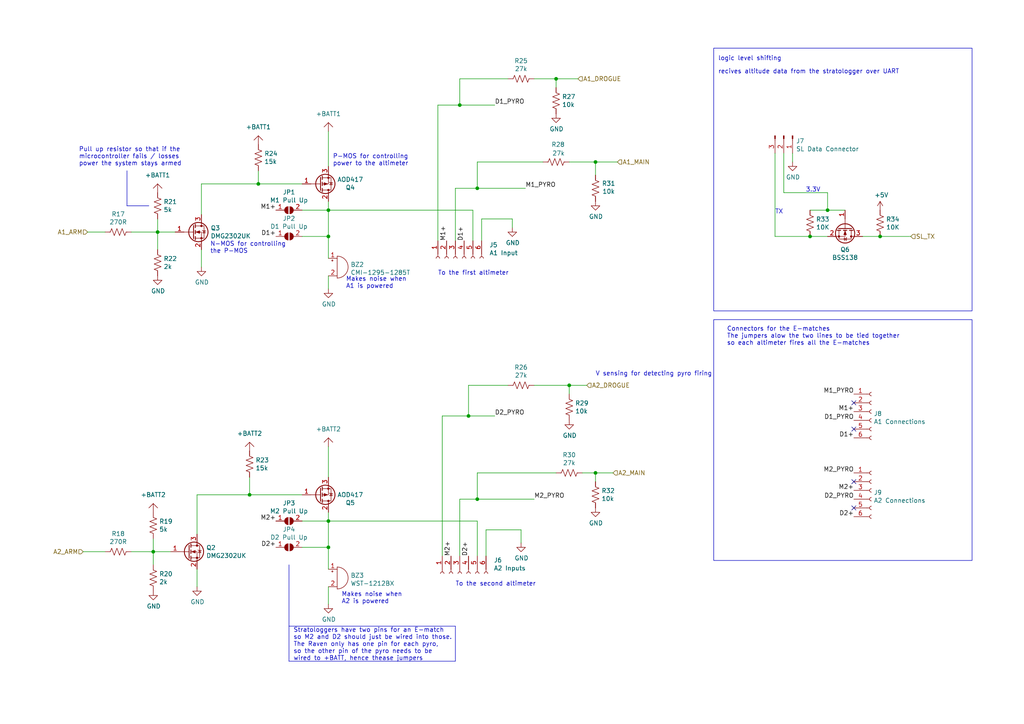
<source format=kicad_sch>
(kicad_sch (version 20250114) (generator "eeschema") (generator_version "9.0")
  (paper "A4")
  (lib_symbols
    (symbol "Device:Buzzer" (pin_names (offset 0.0254) (hide yes))
      (property "Reference" "BZ" (at 3.81 1.27 0))
      (property "Value" "Buzzer" (at 3.81 -1.27 0))
      (symbol "Buzzer_0_1"
        (polyline (pts (xy -1.651 1.905) (xy -1.143 1.905)))
        (polyline (pts (xy -1.397 2.159) (xy -1.397 1.651)))
        (arc (start 0 3.175) (mid 3.1612 0) (end 0 -3.175))
        (polyline (pts (xy 0 3.175) (xy 0 -3.175)))
      )
      (symbol "Buzzer_1_1"
        (pin passive line (at -2.54 2.54 0) (length 2.54) (name "-") (number "1"))
        (pin passive line (at -2.54 -2.54 0) (length 2.54) (name "+") (number "2"))
      )
    )
    (symbol "Device:Q_NMOS_GSD" (pin_names (offset 0) (hide yes))
      (property "Reference" "Q" (at 5.08 1.27 0))
      (property "Value" "Q_NMOS_GSD" (at 5.08 -1.27 0))
      (symbol "Q_NMOS_GSD_0_1"
        (polyline (pts (xy 0.254 1.905) (xy 0.254 -1.905)) (stroke (width 0.254)))
        (polyline (pts (xy 0.254 0) (xy -2.54 0)))
        (polyline (pts (xy 0.762 2.286) (xy 0.762 1.27)) (stroke (width 0.254)))
        (polyline (pts (xy 0.762 0.508) (xy 0.762 -0.508)) (stroke (width 0.254)))
        (polyline (pts (xy 0.762 -1.27) (xy 0.762 -2.286)) (stroke (width 0.254)))
        (polyline (pts (xy 0.762 -1.778) (xy 3.302 -1.778) (xy 3.302 1.778) (xy 0.762 1.778)))
        (polyline (pts (xy 1.016 0) (xy 2.032 0.381) (xy 2.032 -0.381) (xy 1.016 0)) (fill (type outline)))
        (circle (center 1.651 0) (radius 2.794) (stroke (width 0.254)))
        (polyline (pts (xy 2.54 2.54) (xy 2.54 1.778)))
        (circle (center 2.54 1.778) (radius 0.254) (fill (type outline)))
        (circle (center 2.54 -1.778) (radius 0.254) (fill (type outline)))
        (polyline (pts (xy 2.54 -2.54) (xy 2.54 0) (xy 0.762 0)))
        (polyline (pts (xy 2.794 0.508) (xy 2.921 0.381) (xy 3.683 0.381) (xy 3.81 0.254)))
        (polyline (pts (xy 3.302 0.381) (xy 2.921 -0.254) (xy 3.683 -0.254) (xy 3.302 0.381)))
      )
      (symbol "Q_NMOS_GSD_1_1"
        (pin input line (at -5.08 0 0) (length 2.54) (name "G") (number "1"))
        (pin passive line (at 2.54 5.08 270) (length 2.54) (name "D") (number "3"))
        (pin passive line (at 2.54 -5.08 90) (length 2.54) (name "S") (number "2"))
      )
    )
    (symbol "Device:Q_PMOS_GDS" (pin_names (offset 0) (hide yes))
      (property "Reference" "Q" (at 5.08 1.27 0))
      (property "Value" "Q_PMOS_GDS" (at 5.08 -1.27 0))
      (symbol "Q_PMOS_GDS_0_1"
        (polyline (pts (xy 0.254 1.905) (xy 0.254 -1.905)) (stroke (width 0.254)))
        (polyline (pts (xy 0.254 0) (xy -2.54 0)))
        (polyline (pts (xy 0.762 2.286) (xy 0.762 1.27)) (stroke (width 0.254)))
        (polyline (pts (xy 0.762 1.778) (xy 3.302 1.778) (xy 3.302 -1.778) (xy 0.762 -1.778)))
        (polyline (pts (xy 0.762 0.508) (xy 0.762 -0.508)) (stroke (width 0.254)))
        (polyline (pts (xy 0.762 -1.27) (xy 0.762 -2.286)) (stroke (width 0.254)))
        (circle (center 1.651 0) (radius 2.794) (stroke (width 0.254)))
        (polyline (pts (xy 2.286 0) (xy 1.27 0.381) (xy 1.27 -0.381) (xy 2.286 0)) (fill (type outline)))
        (polyline (pts (xy 2.54 2.54) (xy 2.54 1.778)))
        (circle (center 2.54 1.778) (radius 0.254) (fill (type outline)))
        (circle (center 2.54 -1.778) (radius 0.254) (fill (type outline)))
        (polyline (pts (xy 2.54 -2.54) (xy 2.54 0) (xy 0.762 0)))
        (polyline (pts (xy 2.794 -0.508) (xy 2.921 -0.381) (xy 3.683 -0.381) (xy 3.81 -0.254)))
        (polyline (pts (xy 3.302 -0.381) (xy 2.921 0.254) (xy 3.683 0.254) (xy 3.302 -0.381)))
      )
      (symbol "Q_PMOS_GDS_1_1"
        (pin input line (at -5.08 0 0) (length 2.54) (name "G") (number "1"))
        (pin passive line (at 2.54 5.08 270) (length 2.54) (name "D") (number "2"))
        (pin passive line (at 2.54 -5.08 90) (length 2.54) (name "S") (number "3"))
      )
    )
    (symbol "Device:R_US" (pin_numbers (hide yes)) (pin_names (offset 0))
      (property "Reference" "R" (at 2.54 0 90))
      (property "Value" "R_US" (at -2.54 0 90))
      (symbol "R_US_0_1"
        (polyline (pts (xy 0 2.286) (xy 0 2.54)))
        (polyline (pts (xy 0 2.286) (xy 1.016 1.905) (xy 0 1.524) (xy -1.016 1.143) (xy 0 0.762)))
        (polyline (pts (xy 0 0.762) (xy 1.016 0.381) (xy 0 0) (xy -1.016 -0.381) (xy 0 -0.762)))
        (polyline (pts (xy 0 -0.762) (xy 1.016 -1.143) (xy 0 -1.524) (xy -1.016 -1.905) (xy 0 -2.286)))
        (polyline (pts (xy 0 -2.286) (xy 0 -2.54)))
      )
      (symbol "R_US_1_1"
        (pin passive line (at 0 3.81 270) (length 1.27) (name "~") (number "1"))
        (pin passive line (at 0 -3.81 90) (length 1.27) (name "~") (number "2"))
      )
    )
    (symbol "Jumper:SolderJumper_2_Open" (pin_names (offset 0) (hide yes))
      (property "Reference" "JP" (at 0 2.032 0))
      (property "Value" "SolderJumper_2_Open" (at 0 -2.54 0))
      (symbol "SolderJumper_2_Open_0_1"
        (polyline (pts (xy -0.254 1.016) (xy -0.254 -1.016)))
        (arc (start -0.254 -1.016) (mid -1.2656 0) (end -0.254 1.016))
        (arc (start -0.254 -1.016) (mid -1.2656 0) (end -0.254 1.016) (fill (type outline)))
        (arc (start 0.254 1.016) (mid 1.2656 0) (end 0.254 -1.016))
        (arc (start 0.254 1.016) (mid 1.2656 0) (end 0.254 -1.016) (fill (type outline)))
        (polyline (pts (xy 0.254 1.016) (xy 0.254 -1.016)))
      )
      (symbol "SolderJumper_2_Open_1_1"
        (pin passive line (at -3.81 0 0) (length 2.54) (name "A") (number "1"))
        (pin passive line (at 3.81 0 180) (length 2.54) (name "B") (number "2"))
      )
    )
    (symbol "Transistor_FET:BSS138" (pin_names (hide yes))
      (property "Reference" "Q" (at 5.08 1.905 0))
      (property "Value" "BSS138" (at 5.08 0 0))
      (symbol "BSS138_0_1"
        (polyline (pts (xy 0.254 1.905) (xy 0.254 -1.905)) (stroke (width 0.254)))
        (polyline (pts (xy 0.254 0) (xy -2.54 0)))
        (polyline (pts (xy 0.762 2.286) (xy 0.762 1.27)) (stroke (width 0.254)))
        (polyline (pts (xy 0.762 0.508) (xy 0.762 -0.508)) (stroke (width 0.254)))
        (polyline (pts (xy 0.762 -1.27) (xy 0.762 -2.286)) (stroke (width 0.254)))
        (polyline (pts (xy 0.762 -1.778) (xy 3.302 -1.778) (xy 3.302 1.778) (xy 0.762 1.778)))
        (polyline (pts (xy 1.016 0) (xy 2.032 0.381) (xy 2.032 -0.381) (xy 1.016 0)) (fill (type outline)))
        (circle (center 1.651 0) (radius 2.794) (stroke (width 0.254)))
        (polyline (pts (xy 2.54 2.54) (xy 2.54 1.778)))
        (circle (center 2.54 1.778) (radius 0.254) (fill (type outline)))
        (circle (center 2.54 -1.778) (radius 0.254) (fill (type outline)))
        (polyline (pts (xy 2.54 -2.54) (xy 2.54 0) (xy 0.762 0)))
        (polyline (pts (xy 2.794 0.508) (xy 2.921 0.381) (xy 3.683 0.381) (xy 3.81 0.254)))
        (polyline (pts (xy 3.302 0.381) (xy 2.921 -0.254) (xy 3.683 -0.254) (xy 3.302 0.381)))
      )
      (symbol "BSS138_1_1"
        (pin input line (at -5.08 0 0) (length 2.54) (name "G") (number "1"))
        (pin passive line (at 2.54 5.08 270) (length 2.54) (name "D") (number "3"))
        (pin passive line (at 2.54 -5.08 90) (length 2.54) (name "S") (number "2"))
      )
    )
    (symbol "power1:+BATT1" (power) (in_bom no) (on_board no)
      (property "Value" "+BATT1" (at 0 1.27 0))
      (symbol "+BATT1_0_1"
        (polyline (pts (xy -1.27 -1.27) (xy 0 0)))
        (polyline (pts (xy 0 0) (xy 1.27 -1.27)))
        (polyline (pts (xy 0 -2.54) (xy 0 0)))
      )
      (symbol "+BATT1_1_1"
        (pin power_in line (at 0 -2.54 90) (length 2.54) (hide yes) (name "+BATT1") (number ""))
      )
    )
    (symbol "power1:+BATT2" (power) (in_bom no) (on_board no)
      (property "Value" "+BATT2" (at 0 1.27 0))
      (symbol "+BATT2_0_1"
        (polyline (pts (xy -1.27 -1.27) (xy 0 0)))
        (polyline (pts (xy 0 0) (xy 1.27 -1.27)))
        (polyline (pts (xy 0 -2.54) (xy 0 0)))
      )
      (symbol "+BATT2_1_1"
        (pin power_in line (at 0 -2.54 90) (length 2.54) (hide yes) (name "+BATT2") (number ""))
      )
    )
    (symbol "power:+5V" (power) (pin_names (offset 0))
      (property "Value" "+5V" (at 0 3.556 0))
      (symbol "+5V_0_1"
        (polyline (pts (xy -0.762 1.27) (xy 0 2.54)))
        (polyline (pts (xy 0 2.54) (xy 0.762 1.27)))
        (polyline (pts (xy 0 0) (xy 0 2.54)))
      )
      (symbol "+5V_1_1"
        (pin power_in line (at 0 0 90) (length 0) (hide yes) (name "+5V") (number "1"))
      )
    )
    (symbol "power:GND" (power) (pin_names (offset 0))
      (property "Value" "GND" (at 0 -3.81 0))
      (symbol "GND_0_1"
        (polyline (pts (xy 0 0) (xy 0 -1.27) (xy 1.27 -1.27) (xy 0 -2.54) (xy -1.27 -1.27) (xy 0 -1.27)))
      )
      (symbol "GND_1_1"
        (pin power_in line (at 0 0 270) (length 0) (hide yes) (name "GND") (number "1"))
      )
    )
    (symbol "remote_arming-rescue:Conn_01x03_Male-Connector" (pin_names (offset 1.016) (hide yes))
      (property "Reference" "J" (at 0 5.08 0))
      (property "Value" "Connector_Conn_01x03_Male" (at 0 -5.08 0))
      (symbol "Conn_01x03_Male-Connector_1_1"
        (rectangle (start 0.8636 2.667) (end 0 2.413) (stroke (width 0.1524)) (fill (type outline)))
        (rectangle (start 0.8636 0.127) (end 0 -0.127) (stroke (width 0.1524)) (fill (type outline)))
        (rectangle (start 0.8636 -2.413) (end 0 -2.667) (stroke (width 0.1524)) (fill (type outline)))
        (polyline (pts (xy 1.27 2.54) (xy 0.8636 2.54)) (stroke (width 0.1524)))
        (polyline (pts (xy 1.27 0) (xy 0.8636 0)) (stroke (width 0.1524)))
        (polyline (pts (xy 1.27 -2.54) (xy 0.8636 -2.54)) (stroke (width 0.1524)))
        (pin passive line (at 5.08 2.54 180) (length 3.81) (name "Pin_1") (number "1"))
        (pin passive line (at 5.08 0 180) (length 3.81) (name "Pin_2") (number "2"))
        (pin passive line (at 5.08 -2.54 180) (length 3.81) (name "Pin_3") (number "3"))
      )
    )
    (symbol "remote_arming-rescue:Conn_01x06_Female-Connector" (pin_names (offset 1.016) (hide yes))
      (property "Reference" "J" (at 0 7.62 0))
      (property "Value" "Connector_Conn_01x06_Female" (at 0 -10.16 0))
      (symbol "Conn_01x06_Female-Connector_1_1"
        (polyline (pts (xy -1.27 5.08) (xy -0.508 5.08)) (stroke (width 0.1524)))
        (polyline (pts (xy -1.27 2.54) (xy -0.508 2.54)) (stroke (width 0.1524)))
        (polyline (pts (xy -1.27 0) (xy -0.508 0)) (stroke (width 0.1524)))
        (polyline (pts (xy -1.27 -2.54) (xy -0.508 -2.54)) (stroke (width 0.1524)))
        (polyline (pts (xy -1.27 -5.08) (xy -0.508 -5.08)) (stroke (width 0.1524)))
        (polyline (pts (xy -1.27 -7.62) (xy -0.508 -7.62)) (stroke (width 0.1524)))
        (arc (start 0 4.572) (mid -0.5058 5.08) (end 0 5.588) (stroke (width 0.1524)))
        (arc (start 0 2.032) (mid -0.5058 2.54) (end 0 3.048) (stroke (width 0.1524)))
        (arc (start 0 -0.508) (mid -0.5058 0) (end 0 0.508) (stroke (width 0.1524)))
        (arc (start 0 -3.048) (mid -0.5058 -2.54) (end 0 -2.032) (stroke (width 0.1524)))
        (arc (start 0 -5.588) (mid -0.5058 -5.08) (end 0 -4.572) (stroke (width 0.1524)))
        (arc (start 0 -8.128) (mid -0.5058 -7.62) (end 0 -7.112) (stroke (width 0.1524)))
        (pin passive line (at -5.08 5.08 0) (length 3.81) (name "Pin_1") (number "1"))
        (pin passive line (at -5.08 2.54 0) (length 3.81) (name "Pin_2") (number "2"))
        (pin passive line (at -5.08 0 0) (length 3.81) (name "Pin_3") (number "3"))
        (pin passive line (at -5.08 -2.54 0) (length 3.81) (name "Pin_4") (number "4"))
        (pin passive line (at -5.08 -5.08 0) (length 3.81) (name "Pin_5") (number "5"))
        (pin passive line (at -5.08 -7.62 0) (length 3.81) (name "Pin_6") (number "6"))
      )
    )
  )
  (rectangle (start 207.01 13.97) (end 281.94 90.17))
  (rectangle (start 207.01 92.71) (end 281.94 162.56))
  (text "To the first altimeter" (at 127 80.01 0) (effects (font (size 1.27 1.27)) (justify left bottom)))
  (text "N-MOS for controlling \nthe P-MOS" (at 60.96 73.66 0) (effects (font (size 1.27 1.27)) (justify left bottom)))
  (text "Makes noise when \nA2 is powered" (at 99.06 175.26 0) (effects (font (size 1.27 1.27)) (justify left bottom)))
  (text "To the second altimeter" (at 132.08 170.18 0) (effects (font (size 1.27 1.27)) (justify left bottom)))
  (text "logic level shifting" (at 208.28 17.78 0) (effects (font (size 1.27 1.27)) (justify left bottom)))
  (text "P-MOS for controlling \npower to the altimeter" (at 96.52 48.26 0) (effects (font (size 1.27 1.27)) (justify left bottom)))
  (text "3.3V" (at 233.68 55.88 0) (effects (font (size 1.27 1.27)) (justify left bottom)))
  (text "recives altitude data from the stratologger over UART " (at 208.28 21.59 0) (effects (font (size 1.27 1.27)) (justify left bottom)))
  (text "Pull up resistor so that if the \nmicrocontroller fails / losses \npower the system stays armed" (at 22.86 48.26 0) (effects (font (size 1.27 1.27)) (justify left bottom)))
  (text "Stratologgers have two pins for an E-match \nso M2 and D2 should just be wired into those.\nThe Raven only has one pin for each pyro, \nso the other pin of the pyro needs to be \nwired to +BATT, hence thease jumpers" (at 85.09 191.77 0) (effects (font (size 1.27 1.27)) (justify left bottom)))
  (text "V sensing for detecting pyro firing" (at 172.72 109.22 0) (effects (font (size 1.27 1.27)) (justify left bottom)))
  (text "Connectors for the E-matches\nThe jumpers alow the two lines to be tied together \nso each altimeter fires all the E-matches" (at 210.82 100.33 0) (effects (font (size 1.27 1.27)) (justify left bottom)))
  (text "TX" (at 224.79 62.23 0) (effects (font (size 1.27 1.27)) (justify left bottom)))
  (text "Makes noise when \nA1 is powered" (at 100.33 83.82 0) (effects (font (size 1.27 1.27)) (justify left bottom)))
  (junction (at 95.25 158.75))
  (junction (at 138.43 144.78))
  (junction (at 95.25 68.58))
  (junction (at 133.35 30.48))
  (junction (at 234.95 68.58))
  (junction (at 165.1 111.76))
  (junction (at 161.29 22.86))
  (junction (at 95.25 60.96))
  (junction (at 135.89 120.65))
  (junction (at 72.39 143.51))
  (junction (at 74.93 53.34))
  (junction (at 138.43 54.61))
  (junction (at 240.03 60.96))
  (junction (at 44.45 160.02))
  (junction (at 172.72 137.16))
  (junction (at 45.72 67.31))
  (junction (at 172.72 46.99))
  (junction (at 255.27 68.58))
  (junction (at 95.25 151.13))
  (no_connect (at 247.65 147.32))
  (no_connect (at 247.65 116.84))
  (no_connect (at 247.65 124.46))
  (no_connect (at 247.65 139.7))
  (wire (pts (xy 95.25 68.58) (xy 95.25 74.93)))
  (wire (pts (xy 172.72 137.16) (xy 177.8 137.16)))
  (polyline (pts (xy 36.83 49.53) (xy 36.83 59.69)))
  (polyline (pts (xy 83.82 163.83) (xy 83.82 191.77)))
  (wire (pts (xy 95.25 60.96) (xy 95.25 68.58)))
  (wire (pts (xy 57.15 165.1) (xy 57.15 170.18)))
  (wire (pts (xy 227.33 55.88) (xy 240.03 55.88)))
  (wire (pts (xy 172.72 46.99) (xy 179.07 46.99)))
  (wire (pts (xy 147.32 22.86) (xy 133.35 22.86)))
  (wire (pts (xy 154.94 111.76) (xy 165.1 111.76)))
  (polyline (pts (xy 132.08 181.61) (xy 83.82 181.61)))
  (wire (pts (xy 44.45 160.02) (xy 44.45 163.83)))
  (wire (pts (xy 135.89 120.65) (xy 128.27 120.65)))
  (wire (pts (xy 95.25 60.96) (xy 87.63 60.96)))
  (wire (pts (xy 74.93 49.53) (xy 74.93 53.34)))
  (wire (pts (xy 87.63 53.34) (xy 74.93 53.34)))
  (wire (pts (xy 234.95 60.96) (xy 240.03 60.96)))
  (polyline (pts (xy 132.08 191.77) (xy 132.08 181.61)))
  (wire (pts (xy 240.03 60.96) (xy 245.11 60.96)))
  (wire (pts (xy 140.97 161.29) (xy 140.97 153.67)))
  (wire (pts (xy 95.25 158.75) (xy 95.25 165.1)))
  (wire (pts (xy 137.16 60.96) (xy 137.16 69.85)))
  (wire (pts (xy 95.25 60.96) (xy 137.16 60.96)))
  (wire (pts (xy 229.87 44.45) (xy 229.87 46.99)))
  (wire (pts (xy 45.72 67.31) (xy 38.1 67.31)))
  (wire (pts (xy 135.89 120.65) (xy 143.51 120.65)))
  (wire (pts (xy 95.25 151.13) (xy 87.63 151.13)))
  (wire (pts (xy 132.08 54.61) (xy 132.08 69.85)))
  (wire (pts (xy 133.35 22.86) (xy 133.35 30.48)))
  (wire (pts (xy 57.15 143.51) (xy 57.15 154.94)))
  (wire (pts (xy 138.43 144.78) (xy 154.94 144.78)))
  (wire (pts (xy 45.72 63.5) (xy 45.72 67.31)))
  (wire (pts (xy 135.89 111.76) (xy 135.89 120.65)))
  (wire (pts (xy 135.89 111.76) (xy 147.32 111.76)))
  (wire (pts (xy 128.27 120.65) (xy 128.27 161.29)))
  (wire (pts (xy 139.7 63.5) (xy 148.59 63.5)))
  (wire (pts (xy 44.45 160.02) (xy 49.53 160.02)))
  (wire (pts (xy 165.1 46.99) (xy 172.72 46.99)))
  (wire (pts (xy 240.03 55.88) (xy 240.03 60.96)))
  (wire (pts (xy 72.39 143.51) (xy 87.63 143.51)))
  (wire (pts (xy 234.95 68.58) (xy 224.79 68.58)))
  (wire (pts (xy 57.15 143.51) (xy 72.39 143.51)))
  (wire (pts (xy 95.25 129.54) (xy 95.25 138.43)))
  (wire (pts (xy 58.42 53.34) (xy 74.93 53.34)))
  (wire (pts (xy 95.25 151.13) (xy 95.25 158.75)))
  (wire (pts (xy 139.7 69.85) (xy 139.7 63.5)))
  (wire (pts (xy 148.59 63.5) (xy 148.59 66.04)))
  (wire (pts (xy 143.51 30.48) (xy 133.35 30.48)))
  (wire (pts (xy 30.48 160.02) (xy 24.13 160.02)))
  (wire (pts (xy 72.39 138.43) (xy 72.39 143.51)))
  (wire (pts (xy 44.45 156.21) (xy 44.45 160.02)))
  (wire (pts (xy 154.94 22.86) (xy 161.29 22.86)))
  (wire (pts (xy 172.72 139.7) (xy 172.72 137.16)))
  (wire (pts (xy 227.33 44.45) (xy 227.33 55.88)))
  (wire (pts (xy 255.27 68.58) (xy 264.16 68.58)))
  (wire (pts (xy 165.1 114.3) (xy 165.1 111.76)))
  (wire (pts (xy 95.25 58.42) (xy 95.25 60.96)))
  (wire (pts (xy 95.25 170.18) (xy 95.25 175.26)))
  (wire (pts (xy 157.48 46.99) (xy 138.43 46.99)))
  (wire (pts (xy 250.19 68.58) (xy 255.27 68.58)))
  (wire (pts (xy 58.42 72.39) (xy 58.42 77.47)))
  (wire (pts (xy 224.79 68.58) (xy 224.79 44.45)))
  (wire (pts (xy 138.43 137.16) (xy 138.43 144.78)))
  (wire (pts (xy 140.97 153.67) (xy 151.13 153.67)))
  (wire (pts (xy 127 30.48) (xy 127 69.85)))
  (wire (pts (xy 95.25 151.13) (xy 138.43 151.13)))
  (wire (pts (xy 127 30.48) (xy 133.35 30.48)))
  (wire (pts (xy 58.42 53.34) (xy 58.42 62.23)))
  (wire (pts (xy 95.25 80.01) (xy 95.25 83.82)))
  (wire (pts (xy 240.03 68.58) (xy 234.95 68.58)))
  (wire (pts (xy 168.91 137.16) (xy 172.72 137.16)))
  (wire (pts (xy 138.43 137.16) (xy 161.29 137.16)))
  (wire (pts (xy 165.1 111.76) (xy 170.18 111.76)))
  (wire (pts (xy 132.08 54.61) (xy 138.43 54.61)))
  (wire (pts (xy 161.29 22.86) (xy 167.64 22.86)))
  (wire (pts (xy 161.29 25.4) (xy 161.29 22.86)))
  (wire (pts (xy 138.43 151.13) (xy 138.43 161.29)))
  (wire (pts (xy 138.43 144.78) (xy 133.35 144.78)))
  (wire (pts (xy 152.4 54.61) (xy 138.43 54.61)))
  (wire (pts (xy 95.25 148.59) (xy 95.25 151.13)))
  (polyline (pts (xy 36.83 59.69) (xy 43.18 59.69)))
  (wire (pts (xy 87.63 158.75) (xy 95.25 158.75)))
  (wire (pts (xy 87.63 68.58) (xy 95.25 68.58)))
  (wire (pts (xy 151.13 153.67) (xy 151.13 157.48)))
  (wire (pts (xy 45.72 67.31) (xy 50.8 67.31)))
  (wire (pts (xy 45.72 67.31) (xy 45.72 72.39)))
  (wire (pts (xy 172.72 50.8) (xy 172.72 46.99)))
  (wire (pts (xy 38.1 160.02) (xy 44.45 160.02)))
  (wire (pts (xy 138.43 46.99) (xy 138.43 54.61)))
  (polyline (pts (xy 83.82 191.77) (xy 132.08 191.77)))
  (wire (pts (xy 133.35 144.78) (xy 133.35 161.29)))
  (wire (pts (xy 95.25 38.1) (xy 95.25 48.26)))
  (wire (pts (xy 30.48 67.31) (xy 25.4 67.31)))
  (label "M1+" (at 129.54 69.85 90))
  (label "M2+" (at 247.65 142.24 180))
  (label "D1_PYRO" (at 143.51 30.48 0))
  (label "D1+" (at 134.62 69.85 90))
  (label "M2_PYRO" (at 154.94 144.78 0))
  (label "D1+" (at 247.65 127 180))
  (label "D2+" (at 247.65 149.86 180))
  (label "D2+" (at 80.01 158.75 180))
  (label "D1_PYRO" (at 247.65 121.92 180))
  (label "D2+" (at 135.89 161.29 90))
  (label "M2+" (at 130.81 161.29 90))
  (label "M1_PYRO" (at 152.4 54.61 0))
  (label "D2_PYRO" (at 143.51 120.65 0))
  (label "D2_PYRO" (at 247.65 144.78 180))
  (label "M1+" (at 247.65 119.38 180))
  (label "D1+" (at 80.01 68.58 180))
  (label "M1_PYRO" (at 247.65 114.3 180))
  (label "M2_PYRO" (at 247.65 137.16 180))
  (label "M1+" (at 80.01 60.96 180))
  (label "M2+" (at 80.01 151.13 180))
  (hierarchical_label "A1_MAIN" (shape input) (at 179.07 46.99 0))
  (hierarchical_label "SL_TX" (shape input) (at 264.16 68.58 0))
  (hierarchical_label "A2_MAIN" (shape input) (at 177.8 137.16 0))
  (hierarchical_label "A2_DROGUE" (shape input) (at 170.18 111.76 0))
  (hierarchical_label "A1_DROGUE" (shape input) (at 167.64 22.86 0))
  (hierarchical_label "A2_ARM" (shape input) (at 24.13 160.02 180))
  (hierarchical_label "A1_ARM" (shape input) (at 25.4 67.31 180))
  (symbol (lib_id "power:GND") (at 151.13 157.48 0) (unit 1)
    (property "Reference" "#PWR056" (effects (hide yes)))
    (property "Value" "GND" (at 151.257 161.8742 0))
  )
  (symbol (lib_id "Device:Q_PMOS_GDS") (at 92.71 53.34 0) (mirror x) (unit 1)
    (property "Reference" "Q4" (at 101.6 54.3814 0))
    (property "Value" "AOD417" (at 101.6 52.07 0))
    (property "Footprint" "Package_TO_SOT_SMD:TO-252-2" (effects (hide yes)))
  )
  (symbol (lib_id "Device:Q_NMOS_GSD") (at 55.88 67.31 0) (unit 1)
    (property "Reference" "Q3" (at 61.087 66.1416 0) (effects (justify left)))
    (property "Value" "DMG2302UK" (at 61.087 68.453 0) (effects (justify left)))
    (property "Footprint" "Package_TO_SOT_SMD:SOT-23_Handsoldering" (effects (hide yes)))
  )
  (symbol (lib_id "power:GND") (at 58.42 77.47 0) (unit 1)
    (property "Reference" "#PWR048" (effects (hide yes)))
    (property "Value" "GND" (at 58.547 81.8642 0))
  )
  (symbol (lib_id "Device:R_US") (at 74.93 45.72 0) (unit 1)
    (property "Reference" "R24" (at 76.6572 44.5516 0) (effects (justify left)))
    (property "Value" "15k" (at 76.6572 46.863 0) (effects (justify left)))
    (property "Footprint" "Resistor_SMD:R_0603_1608Metric_Pad0.98x0.95mm_HandSolder" (effects (hide yes)))
  )
  (symbol (lib_id "Device:R_US") (at 45.72 59.69 0) (unit 1)
    (property "Reference" "R21" (at 47.4472 58.5216 0) (effects (justify left)))
    (property "Value" "5k" (at 47.4472 60.833 0) (effects (justify left)))
    (property "Footprint" "Resistor_SMD:R_0603_1608Metric_Pad0.98x0.95mm_HandSolder" (effects (hide yes)))
  )
  (symbol (lib_id "Device:Q_PMOS_GDS") (at 92.71 143.51 0) (mirror x) (unit 1)
    (property "Reference" "Q5" (at 101.6 145.8214 0))
    (property "Value" "AOD417" (at 101.6 143.51 0))
    (property "Footprint" "Package_TO_SOT_SMD:TO-252-2" (effects (hide yes)))
  )
  (symbol (lib_id "Device:Q_NMOS_GSD") (at 54.61 160.02 0) (unit 1)
    (property "Reference" "Q2" (at 59.817 158.8516 0) (effects (justify left)))
    (property "Value" "DMG2302UK" (at 59.817 161.163 0) (effects (justify left)))
    (property "Footprint" "Package_TO_SOT_SMD:SOT-23_Handsoldering" (effects (hide yes)))
  )
  (symbol (lib_id "power:GND") (at 57.15 170.18 0) (unit 1)
    (property "Reference" "#PWR047" (effects (hide yes)))
    (property "Value" "GND" (at 57.277 174.5742 0))
  )
  (symbol (lib_id "Device:R_US") (at 72.39 134.62 0) (unit 1)
    (property "Reference" "R23" (at 74.1172 133.4516 0) (effects (justify left)))
    (property "Value" "15k" (at 74.1172 135.763 0) (effects (justify left)))
    (property "Footprint" "Resistor_SMD:R_0603_1608Metric_Pad0.98x0.95mm_HandSolder" (effects (hide yes)))
  )
  (symbol (lib_id "Device:R_US") (at 44.45 152.4 0) (unit 1)
    (property "Reference" "R19" (at 46.1772 151.2316 0) (effects (justify left)))
    (property "Value" "5k" (at 46.1772 153.543 0) (effects (justify left)))
    (property "Footprint" "Resistor_SMD:R_0603_1608Metric_Pad0.98x0.95mm_HandSolder" (effects (hide yes)))
  )
  (symbol (lib_id "Device:R_US") (at 34.29 67.31 270) (unit 1)
    (property "Reference" "R17" (at 34.29 62.103 90))
    (property "Value" "270R" (at 34.29 64.4144 90))
    (property "Footprint" "Resistor_SMD:R_0603_1608Metric_Pad0.98x0.95mm_HandSolder" (effects (hide yes)))
  )
  (symbol (lib_id "Device:R_US") (at 34.29 160.02 270) (unit 1)
    (property "Reference" "R18" (at 34.29 154.813 90))
    (property "Value" "270R" (at 34.29 157.1244 90))
    (property "Footprint" "Resistor_SMD:R_0603_1608Metric_Pad0.98x0.95mm_HandSolder" (effects (hide yes)))
  )
  (symbol (lib_id "Device:R_US") (at 151.13 111.76 270) (unit 1)
    (property "Reference" "R26" (at 151.13 106.553 90))
    (property "Value" "27k" (at 151.13 108.8644 90))
    (property "Footprint" "Resistor_SMD:R_0603_1608Metric_Pad0.98x0.95mm_HandSolder" (effects (hide yes)))
  )
  (symbol (lib_id "Device:R_US") (at 165.1 118.11 0) (unit 1)
    (property "Reference" "R29" (at 166.8272 116.9416 0) (effects (justify left)))
    (property "Value" "10k" (at 166.8272 119.253 0) (effects (justify left)))
    (property "Footprint" "Resistor_SMD:R_0603_1608Metric_Pad0.98x0.95mm_HandSolder" (effects (hide yes)))
  )
  (symbol (lib_id "Device:R_US") (at 172.72 143.51 0) (unit 1)
    (property "Reference" "R32" (at 174.4472 142.3416 0) (effects (justify left)))
    (property "Value" "10k" (at 174.4472 144.653 0) (effects (justify left)))
    (property "Footprint" "Resistor_SMD:R_0603_1608Metric_Pad0.98x0.95mm_HandSolder" (effects (hide yes)))
  )
  (symbol (lib_id "Device:R_US") (at 165.1 137.16 270) (unit 1)
    (property "Reference" "R30" (at 165.1 131.953 90))
    (property "Value" "27k" (at 165.1 134.2644 90))
    (property "Footprint" "Resistor_SMD:R_0603_1608Metric_Pad0.98x0.95mm_HandSolder" (effects (hide yes)))
  )
  (symbol (lib_id "power:GND") (at 165.1 121.92 0) (unit 1)
    (property "Reference" "#PWR058" (effects (hide yes)))
    (property "Value" "GND" (at 165.227 126.3142 0))
  )
  (symbol (lib_id "power:GND") (at 172.72 147.32 0) (unit 1)
    (property "Reference" "#PWR060" (effects (hide yes)))
    (property "Value" "GND" (at 172.847 151.7142 0))
  )
  (symbol (lib_id "Device:R_US") (at 161.29 29.21 180) (unit 1)
    (property "Reference" "R27" (at 163.0172 28.0416 0) (effects (justify right)))
    (property "Value" "10k" (at 163.0172 30.353 0) (effects (justify right)))
    (property "Footprint" "Resistor_SMD:R_0603_1608Metric_Pad0.98x0.95mm_HandSolder" (effects (hide yes)))
  )
  (symbol (lib_id "Device:R_US") (at 151.13 22.86 270) (unit 1)
    (property "Reference" "R25" (at 151.13 17.653 90))
    (property "Value" "27k" (at 151.13 19.9644 90))
    (property "Footprint" "Resistor_SMD:R_0603_1608Metric_Pad0.98x0.95mm_HandSolder" (effects (hide yes)))
  )
  (symbol (lib_id "power:GND") (at 161.29 33.02 0) (unit 1)
    (property "Reference" "#PWR057" (effects (hide yes)))
    (property "Value" "GND" (at 161.417 37.4142 0))
  )
  (symbol (lib_id "Device:R_US") (at 161.29 46.99 90) (unit 1)
    (property "Reference" "R28" (at 163.83 41.91 90) (effects (justify left)))
    (property "Value" "27k" (at 163.83 44.45 90) (effects (justify left)))
    (property "Footprint" "Resistor_SMD:R_0603_1608Metric_Pad0.98x0.95mm_HandSolder" (effects (hide yes)))
  )
  (symbol (lib_id "Device:R_US") (at 172.72 54.61 180) (unit 1)
    (property "Reference" "R31" (at 176.53 53.213 0))
    (property "Value" "10k" (at 176.53 55.5244 0))
    (property "Footprint" "Resistor_SMD:R_0603_1608Metric_Pad0.98x0.95mm_HandSolder" (effects (hide yes)))
  )
  (symbol (lib_id "power:GND") (at 172.72 58.42 0) (unit 1)
    (property "Reference" "#PWR059" (effects (hide yes)))
    (property "Value" "GND" (at 172.847 62.8142 0))
  )
  (symbol (lib_id "Device:Buzzer") (at 97.79 77.47 0) (unit 1)
    (property "Reference" "BZ2" (at 101.6762 76.7334 0) (effects (justify left)))
    (property "Value" "CMI-1295-1285T" (at 101.6762 79.0448 0) (effects (justify left)))
    (property "Footprint" "Buzzer_Beeper:Buzzer_12x9.5RM7.6" (effects (hide yes)))
  )
  (symbol (lib_id "Device:Buzzer") (at 97.79 167.64 0) (unit 1)
    (property "Reference" "BZ3" (at 101.6762 166.9034 0) (effects (justify left)))
    (property "Value" "WST-1212BX" (at 101.6762 169.2148 0) (effects (justify left)))
    (property "Footprint" "Buzzer_Beeper:Buzzer_12x9.5RM7.6" (effects (hide yes)))
  )
  (symbol (lib_id "power:GND") (at 95.25 83.82 0) (unit 1)
    (property "Reference" "#PWR052" (effects (hide yes)))
    (property "Value" "GND" (at 95.377 88.2142 0))
  )
  (symbol (lib_id "power:GND") (at 95.25 175.26 0) (unit 1)
    (property "Reference" "#PWR054" (effects (hide yes)))
    (property "Value" "GND" (at 95.377 179.6542 0))
  )
  (symbol (lib_id "power:GND") (at 148.59 66.04 0) (unit 1)
    (property "Reference" "#PWR055" (effects (hide yes)))
    (property "Value" "GND" (at 148.717 70.4342 0))
  )
  (symbol (lib_id "Device:R_US") (at 45.72 76.2 0) (unit 1)
    (property "Reference" "R22" (at 47.4472 75.0316 0) (effects (justify left)))
    (property "Value" "2k" (at 47.4472 77.343 0) (effects (justify left)))
    (property "Footprint" "Resistor_SMD:R_0603_1608Metric_Pad0.98x0.95mm_HandSolder" (effects (hide yes)))
  )
  (symbol (lib_id "Device:R_US") (at 44.45 167.64 0) (unit 1)
    (property "Reference" "R20" (at 46.1772 166.4716 0) (effects (justify left)))
    (property "Value" "2k" (at 46.1772 168.783 0) (effects (justify left)))
    (property "Footprint" "Resistor_SMD:R_0603_1608Metric_Pad0.98x0.95mm_HandSolder" (effects (hide yes)))
  )
  (symbol (lib_id "power:GND") (at 45.72 80.01 0) (unit 1)
    (property "Reference" "#PWR046" (effects (hide yes)))
    (property "Value" "GND" (at 45.847 84.4042 0))
  )
  (symbol (lib_id "power:GND") (at 44.45 171.45 0) (unit 1)
    (property "Reference" "#PWR044" (effects (hide yes)))
    (property "Value" "GND" (at 44.577 175.8442 0))
  )
  (symbol (lib_id "Transistor_FET:BSS138") (at 245.11 66.04 270) (unit 1)
    (property "Reference" "Q6" (at 245.11 72.39 90))
    (property "Value" "BSS138" (at 245.11 74.7014 90))
    (property "Footprint" "Package_TO_SOT_SMD:SOT-23_Handsoldering" (effects (hide yes)))
    (property "Datasheet" "https://www.fairchildsemi.com/datasheets/BS/BSS138.pdf" (effects (hide yes)))
  )
  (symbol (lib_id "Device:R_US") (at 234.95 64.77 0) (unit 1)
    (property "Reference" "R33" (at 236.6772 63.6016 0) (effects (justify left)))
    (property "Value" "10K" (at 236.6772 65.913 0) (effects (justify left)))
    (property "Footprint" "Resistor_SMD:R_0603_1608Metric_Pad0.98x0.95mm_HandSolder" (effects (hide yes)))
  )
  (symbol (lib_id "Device:R_US") (at 255.27 64.77 0) (unit 1)
    (property "Reference" "R34" (at 256.9972 63.6016 0) (effects (justify left)))
    (property "Value" "10K" (at 256.9972 65.913 0) (effects (justify left)))
    (property "Footprint" "Resistor_SMD:R_0603_1608Metric_Pad0.98x0.95mm_HandSolder" (effects (hide yes)))
  )
  (symbol (lib_id "power:+5V") (at 255.27 60.96 0) (unit 1)
    (property "Reference" "#PWR062" (effects (hide yes)))
    (property "Value" "+5V" (at 255.651 56.5658 0))
  )
  (symbol (lib_id "remote_arming-rescue:Conn_01x06_Female-Connector") (at 252.73 119.38 0) (unit 1)
    (property "Reference" "J8" (at 253.4158 119.9896 0) (effects (justify left)))
    (property "Value" "A1 Connections" (at 253.4158 122.301 0) (effects (justify left)))
    (property "Footprint" "canhw_footprints:connector_Harwin_G125–MG10605M4P" (effects (hide yes)))
  )
  (symbol (lib_id "remote_arming-rescue:Conn_01x06_Female-Connector") (at 252.73 142.24 0) (unit 1)
    (property "Reference" "J9" (at 253.4158 142.8496 0) (effects (justify left)))
    (property "Value" "A2 Connections" (at 253.4158 145.161 0) (effects (justify left)))
    (property "Footprint" "canhw_footprints:connector_Harwin_G125–MG10605M4P" (effects (hide yes)))
  )
  (symbol (lib_id "remote_arming-rescue:Conn_01x06_Female-Connector") (at 132.08 74.93 90) (mirror x) (unit 1)
    (property "Reference" "J5" (at 141.9352 71.0438 90) (effects (justify right)))
    (property "Value" "A1 Input" (at 141.9352 73.3552 90) (effects (justify right)))
    (property "Footprint" "canhw_footprints:connector_Harwin_G125–MG10605M4P" (effects (hide yes)))
  )
  (symbol (lib_id "remote_arming-rescue:Conn_01x06_Female-Connector") (at 133.35 166.37 90) (mirror x) (unit 1)
    (property "Reference" "J6" (at 143.2052 162.4838 90) (effects (justify right)))
    (property "Value" "A2 Inputs" (at 143.2052 164.7952 90) (effects (justify right)))
    (property "Footprint" "canhw_footprints:connector_Harwin_G125–MG10605M4P" (effects (hide yes)))
  )
  (symbol (lib_id "Jumper:SolderJumper_2_Open") (at 83.82 60.96 0) (unit 1)
    (property "Reference" "JP1" (at 83.82 55.753 0))
    (property "Value" "M1 Pull Up" (at 83.82 58.0644 0))
    (property "Footprint" "Jumper:SolderJumper-2_P1.3mm_Open_RoundedPad1.0x1.5mm" (effects (hide yes)))
  )
  (symbol (lib_id "Jumper:SolderJumper_2_Open") (at 83.82 68.58 0) (unit 1)
    (property "Reference" "JP2" (at 83.82 63.373 0))
    (property "Value" "D1 Pull Up" (at 83.82 65.6844 0))
    (property "Footprint" "Jumper:SolderJumper-2_P1.3mm_Open_RoundedPad1.0x1.5mm" (effects (hide yes)))
  )
  (symbol (lib_id "Jumper:SolderJumper_2_Open") (at 83.82 151.13 0) (unit 1)
    (property "Reference" "JP3" (at 83.82 145.923 0))
    (property "Value" "M2 Pull Up" (at 83.82 148.2344 0))
    (property "Footprint" "Jumper:SolderJumper-2_P1.3mm_Open_RoundedPad1.0x1.5mm" (effects (hide yes)))
  )
  (symbol (lib_id "Jumper:SolderJumper_2_Open") (at 83.82 158.75 0) (unit 1)
    (property "Reference" "JP4" (at 83.82 153.543 0))
    (property "Value" "D2 Pull Up" (at 83.82 155.8544 0))
    (property "Footprint" "Jumper:SolderJumper-2_P1.3mm_Open_RoundedPad1.0x1.5mm" (effects (hide yes)))
  )
  (symbol (lib_id "remote_arming-rescue:Conn_01x03_Male-Connector") (at 227.33 39.37 270) (unit 1)
    (property "Reference" "J7" (at 230.886 40.894 90) (effects (justify left)))
    (property "Value" "SL Data Connector" (at 230.886 43.2054 90) (effects (justify left)))
    (property "Footprint" "Connector_JST:JST_EH_S3B-EH_1x03_P2.50mm_Horizontal" (effects (hide yes)))
  )
  (symbol (lib_id "power:GND") (at 229.87 46.99 0) (unit 1)
    (property "Reference" "#PWR061" (effects (hide yes)))
    (property "Value" "GND" (at 229.997 51.3842 0))
  )
  (symbol (lib_id "power1:+BATT2") (at 95.25 127 0) (unit 1) (in_bom no) (on_board no)
    (property "Reference" "#PWR049" (effects (hide yes)))
    (property "Value" "+BATT2" (at 95.25 124.46 0))
  )
  (symbol (lib_id "power1:+BATT1") (at 74.93 39.37 0) (unit 1) (in_bom no) (on_board no)
    (property "Reference" "#PWR051" (effects (hide yes)))
    (property "Value" "+BATT1" (at 74.93 36.83 0))
  )
  (symbol (lib_id "power1:+BATT1") (at 45.72 53.34 0) (unit 1) (in_bom no) (on_board no)
    (property "Reference" "#PWR050" (effects (hide yes)))
    (property "Value" "+BATT1" (at 45.72 50.8 0))
  )
  (symbol (lib_id "power1:+BATT2") (at 44.45 146.05 0) (unit 1) (in_bom no) (on_board no)
    (property "Reference" "#PWR043" (effects (hide yes)))
    (property "Value" "+BATT2" (at 44.45 143.51 0))
  )
  (symbol (lib_id "power1:+BATT2") (at 72.39 128.27 0) (unit 1) (in_bom no) (on_board no)
    (property "Reference" "#PWR045" (effects (hide yes)))
    (property "Value" "+BATT2" (at 72.39 125.73 0))
  )
  (symbol (lib_id "power1:+BATT1") (at 95.25 35.56 0) (unit 1) (in_bom no) (on_board no)
    (property "Reference" "#PWR053" (effects (hide yes)))
    (property "Value" "+BATT1" (at 95.25 33.02 0))
  )
)
</source>
